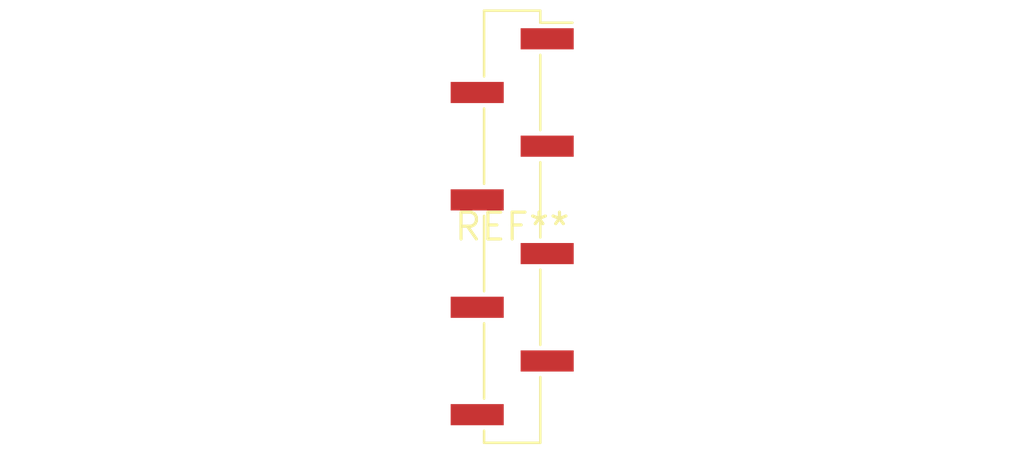
<source format=kicad_pcb>
(kicad_pcb (version 20240108) (generator pcbnew)
  (layers (0 "F.Cu" signal) (31 "B.Cu" signal) (34 "B.Paste" user) (35 "F.Paste" user) (36 "B.SilkS" user "B.Silkscreen") (37 "F.SilkS" user "F.Silkscreen") (38 "B.Mask" user) (39 "F.Mask" user) (44 "Edge.Cuts" user))
  (net 0 "")
  (footprint "PinHeader_1x08_P2.54mm_Vertical_SMD_Pin1Right" (layer "F.Cu") (at 0 0)
    (property "Reference" "REF**")
    (property "Value" "PinHeader_1x08_P2.54mm_Vertical_SMD_Pin1Right")
    (fp_line (start -1.33 -10.22) (end -1.33 -7.11) (layer "F.SilkS") (stroke (width 0.12)))
    (fp_line (start -1.33 -10.22) (end 1.33 -10.22) (layer "F.SilkS") (stroke (width 0.12)))
    (fp_line (start -1.33 -5.59) (end -1.33 -2.03) (layer "F.SilkS") (stroke (width 0.12)))
    (fp_line (start -1.33 -0.51) (end -1.33 3.05) (layer "F.SilkS") (stroke (width 0.12)))
    (fp_line (start -1.33 4.57) (end -1.33 8.13) (layer "F.SilkS") (stroke (width 0.12)))
    (fp_line (start -1.33 9.65) (end -1.33 10.22) (layer "F.SilkS") (stroke (width 0.12)))
    (fp_line (start -1.33 10.22) (end 1.33 10.22) (layer "F.SilkS") (stroke (width 0.12)))
    (fp_line (start 1.33 -10.22) (end 1.33 -9.65) (layer "F.SilkS") (stroke (width 0.12)))
    (fp_line (start 1.33 -9.65) (end 2.85 -9.65) (layer "F.SilkS") (stroke (width 0.12)))
    (fp_line (start 1.33 -8.13) (end 1.33 -4.57) (layer "F.SilkS") (stroke (width 0.12)))
    (fp_line (start 1.33 -3.05) (end 1.33 0.51) (layer "F.SilkS") (stroke (width 0.12)))
    (fp_line (start 1.33 2.03) (end 1.33 5.59) (layer "F.SilkS") (stroke (width 0.12)))
    (fp_line (start 1.33 7.11) (end 1.33 10.22) (layer "F.SilkS") (stroke (width 0.12)))
    (pad "1" smd rect (at 1.655 -8.89) (size 2.51 1) (layers "F.Cu" "F.Paste" "F.Mask"))
    (pad "2" smd rect (at -1.655 -6.35) (size 2.51 1) (layers "F.Cu" "F.Paste" "F.Mask"))
    (pad "3" smd rect (at 1.655 -3.81) (size 2.51 1) (layers "F.Cu" "F.Paste" "F.Mask"))
    (pad "4" smd rect (at -1.655 -1.27) (size 2.51 1) (layers "F.Cu" "F.Paste" "F.Mask"))
    (pad "5" smd rect (at 1.655 1.27) (size 2.51 1) (layers "F.Cu" "F.Paste" "F.Mask"))
    (pad "6" smd rect (at -1.655 3.81) (size 2.51 1) (layers "F.Cu" "F.Paste" "F.Mask"))
    (pad "7" smd rect (at 1.655 6.35) (size 2.51 1) (layers "F.Cu" "F.Paste" "F.Mask"))
    (pad "8" smd rect (at -1.655 8.89) (size 2.51 1) (layers "F.Cu" "F.Paste" "F.Mask"))
  )
)
</source>
